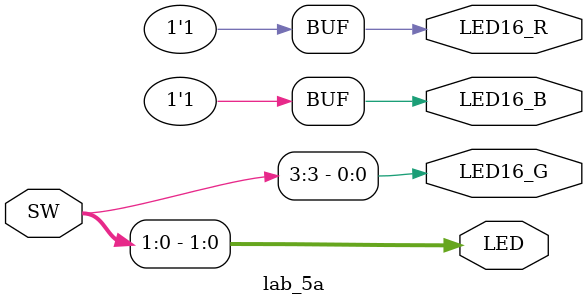
<source format=v>
module lab_5a(
input [3:0] SW,
output [1:0] LED,
output LED16_R,
output LED16_G,
output LED16_B
);
	assign LED[0] = SW[0];
	assign LED[1] = SW[1];
	
	assign LED16_R=1'b1;
	assign LED16_G=SW[3];
	assign LED16_B = 1'b1;
	
endmodule
</source>
